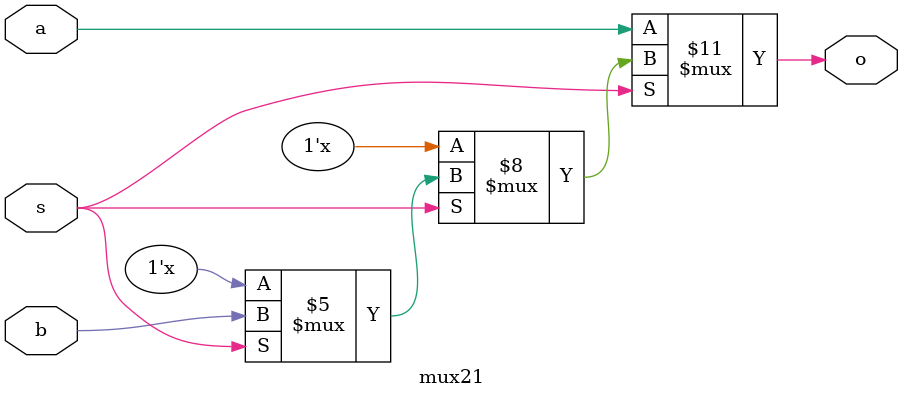
<source format=v>
`timescale 1ns / 1ps


module mux21(
input a, b, s,
output reg o
    );
    always @(a, b, s) begin
        if (s==1'b0) o=a;
        else if(s==1'b1) o=b;
    end
endmodule

</source>
